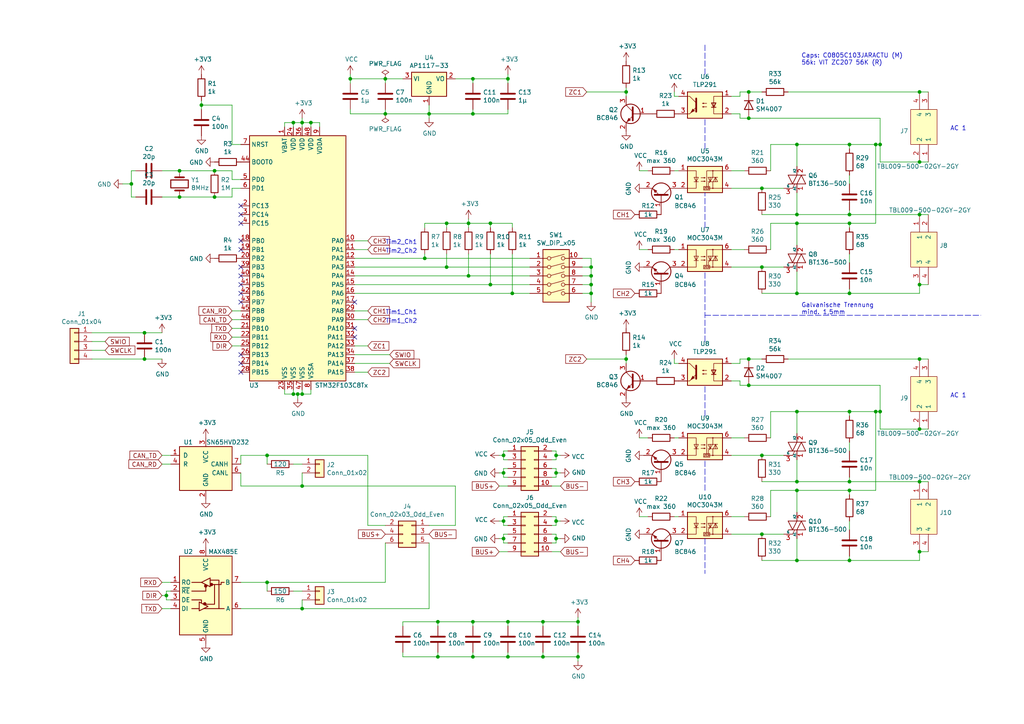
<source format=kicad_sch>
(kicad_sch (version 20230121) (generator eeschema)
  (paper "A4")
  (junction (at 246.38 139.7))
  (junction (at 246.38 85.09))
  (junction (at 171.45 85.09))
  (junction (at 231.14 62.23))
  (junction (at 255.27 119.38))
  (junction (at 52.07 49.53))
  (junction (at 135.89 80.01))
  (junction (at 41.91 104.14))
  (junction (at 266.7 26.67))
  (junction (at 231.14 41.91))
  (junction (at 111.76 22.86))
  (junction (at 129.54 64.77))
  (junction (at 231.14 119.38))
  (junction (at 135.89 64.77))
  (junction (at 266.7 139.7))
  (junction (at 137.16 22.86))
  (junction (at 220.98 54.61))
  (junction (at 146.05 151.13))
  (junction (at 171.45 82.55))
  (junction (at 161.29 151.13))
  (junction (at 87.63 35.56))
  (junction (at 161.29 137.16))
  (junction (at 266.7 160.02))
  (junction (at 231.14 139.7))
  (junction (at 137.16 180.34))
  (junction (at 266.7 46.99))
  (junction (at 147.32 22.86))
  (junction (at 266.7 82.55))
  (junction (at 62.23 57.15))
  (junction (at 127 190.5))
  (junction (at 266.7 124.46))
  (junction (at 231.14 64.77))
  (junction (at 77.47 168.91))
  (junction (at 87.63 140.97))
  (junction (at 148.59 85.09))
  (junction (at 171.45 77.47))
  (junction (at 147.32 180.34))
  (junction (at 85.09 35.56))
  (junction (at 137.16 33.02))
  (junction (at 90.17 35.56))
  (junction (at 266.7 104.14))
  (junction (at 167.64 190.5))
  (junction (at 137.16 190.5))
  (junction (at 87.63 176.53))
  (junction (at 246.38 41.91))
  (junction (at 217.17 26.67))
  (junction (at 246.38 62.23))
  (junction (at 52.07 57.15))
  (junction (at 77.47 132.08))
  (junction (at 161.29 132.08))
  (junction (at 58.42 30.48))
  (junction (at 48.26 172.72))
  (junction (at 255.27 41.91))
  (junction (at 87.63 114.3))
  (junction (at 246.38 64.77))
  (junction (at 123.19 74.93))
  (junction (at 101.6 22.86))
  (junction (at 217.17 111.76))
  (junction (at 86.36 114.3))
  (junction (at 167.64 180.34))
  (junction (at 38.1 53.34))
  (junction (at 220.98 77.47))
  (junction (at 217.17 104.14))
  (junction (at 217.17 34.29))
  (junction (at 111.76 33.02))
  (junction (at 146.05 132.08))
  (junction (at 220.98 154.94))
  (junction (at 157.48 180.34))
  (junction (at 124.46 33.02))
  (junction (at 254 41.91))
  (junction (at 62.23 49.53))
  (junction (at 246.38 142.24))
  (junction (at 127 180.34))
  (junction (at 146.05 137.16))
  (junction (at 146.05 156.21))
  (junction (at 129.54 77.47))
  (junction (at 266.7 62.23))
  (junction (at 161.29 156.21))
  (junction (at 171.45 80.01))
  (junction (at 181.61 104.14))
  (junction (at 254 119.38))
  (junction (at 85.09 114.3))
  (junction (at 142.24 82.55))
  (junction (at 231.14 85.09))
  (junction (at 181.61 26.67))
  (junction (at 231.14 142.24))
  (junction (at 231.14 162.56))
  (junction (at 147.32 190.5))
  (junction (at 220.98 132.08))
  (junction (at 246.38 119.38))
  (junction (at 41.91 96.52))
  (junction (at 142.24 64.77))
  (junction (at 246.38 162.56))
  (junction (at 157.48 190.5))
  (no_connect (at 69.85 64.77))
  (no_connect (at 69.85 62.23))
  (no_connect (at 69.85 69.85))
  (no_connect (at 69.85 80.01))
  (no_connect (at 69.85 107.95))
  (no_connect (at 69.85 102.87))
  (no_connect (at 69.85 59.69))
  (no_connect (at 69.85 72.39))
  (no_connect (at 102.87 95.25))
  (no_connect (at 102.87 97.79))
  (no_connect (at 69.85 85.09))
  (no_connect (at 69.85 105.41))
  (no_connect (at 69.85 77.47))
  (no_connect (at 69.85 82.55))
  (no_connect (at 102.87 87.63))
  (no_connect (at 69.85 87.63))
  (wire (pts (xy 181.61 104.14) (xy 170.18 104.14)))
  (wire (pts (xy 102.87 102.87) (xy 113.03 102.87)))
  (wire (pts (xy 30.48 99.06) (xy 26.67 99.06)))
  (wire (pts (xy 102.87 90.17) (xy 106.68 90.17)))
  (wire (pts (xy 67.31 90.17) (xy 69.85 90.17)))
  (wire (pts (xy 160.02 135.89) (xy 161.29 135.89)))
  (wire (pts (xy 101.6 22.86) (xy 111.76 22.86)))
  (wire (pts (xy 41.91 104.14) (xy 46.99 104.14)))
  (polyline (pts (xy 204.47 21.59) (xy 204.47 12.7)) (stroke (width 0) (type dash)))
  (wire (pts (xy 255.27 119.38) (xy 255.27 124.46)))
  (wire (pts (xy 223.52 119.38) (xy 231.14 119.38)))
  (wire (pts (xy 146.05 138.43) (xy 147.32 138.43)))
  (wire (pts (xy 77.47 171.45) (xy 77.47 168.91)))
  (wire (pts (xy 58.42 29.21) (xy 58.42 30.48)))
  (wire (pts (xy 231.14 48.26) (xy 231.14 41.91)))
  (wire (pts (xy 195.58 149.86) (xy 196.85 149.86)))
  (wire (pts (xy 49.53 134.62) (xy 46.99 134.62)))
  (wire (pts (xy 215.9 149.86) (xy 212.09 149.86)))
  (wire (pts (xy 185.42 127) (xy 187.96 127)))
  (wire (pts (xy 102.87 74.93) (xy 123.19 74.93)))
  (wire (pts (xy 102.87 80.01) (xy 135.89 80.01)))
  (wire (pts (xy 38.1 49.53) (xy 38.1 53.34)))
  (wire (pts (xy 246.38 138.43) (xy 246.38 139.7)))
  (wire (pts (xy 181.61 102.87) (xy 181.61 104.14)))
  (wire (pts (xy 48.26 172.72) (xy 48.26 171.45)))
  (wire (pts (xy 137.16 189.23) (xy 137.16 190.5)))
  (wire (pts (xy 137.16 180.34) (xy 127 180.34)))
  (wire (pts (xy 137.16 24.13) (xy 137.16 22.86)))
  (wire (pts (xy 148.59 64.77) (xy 148.59 66.04)))
  (wire (pts (xy 160.02 140.97) (xy 162.56 140.97)))
  (wire (pts (xy 161.29 132.08) (xy 161.29 133.35)))
  (wire (pts (xy 214.63 111.76) (xy 217.17 111.76)))
  (wire (pts (xy 246.38 139.7) (xy 266.7 139.7)))
  (wire (pts (xy 161.29 135.89) (xy 161.29 137.16)))
  (wire (pts (xy 69.85 52.07) (xy 67.31 52.07)))
  (wire (pts (xy 246.38 119.38) (xy 246.38 120.65)))
  (wire (pts (xy 123.19 74.93) (xy 153.67 74.93)))
  (wire (pts (xy 266.7 82.55) (xy 269.24 82.55)))
  (wire (pts (xy 223.52 149.86) (xy 223.52 142.24)))
  (wire (pts (xy 101.6 31.75) (xy 101.6 33.02)))
  (wire (pts (xy 167.64 191.77) (xy 167.64 190.5)))
  (wire (pts (xy 102.87 105.41) (xy 113.03 105.41)))
  (wire (pts (xy 85.09 113.03) (xy 85.09 114.3)))
  (wire (pts (xy 157.48 189.23) (xy 157.48 190.5)))
  (wire (pts (xy 153.67 82.55) (xy 142.24 82.55)))
  (wire (pts (xy 223.52 49.53) (xy 223.52 41.91)))
  (wire (pts (xy 246.38 73.66) (xy 246.38 76.2)))
  (wire (pts (xy 215.9 72.39) (xy 212.09 72.39)))
  (wire (pts (xy 146.05 154.94) (xy 146.05 156.21)))
  (wire (pts (xy 106.68 100.33) (xy 102.87 100.33)))
  (wire (pts (xy 69.85 168.91) (xy 77.47 168.91)))
  (wire (pts (xy 144.78 132.08) (xy 146.05 132.08)))
  (wire (pts (xy 77.47 132.08) (xy 106.68 132.08)))
  (wire (pts (xy 90.17 35.56) (xy 92.71 35.56)))
  (wire (pts (xy 212.09 154.94) (xy 220.98 154.94)))
  (wire (pts (xy 171.45 74.93) (xy 171.45 77.47)))
  (wire (pts (xy 62.23 57.15) (xy 67.31 57.15)))
  (wire (pts (xy 231.14 162.56) (xy 220.98 162.56)))
  (wire (pts (xy 124.46 30.48) (xy 124.46 33.02)))
  (wire (pts (xy 255.27 124.46) (xy 266.7 124.46)))
  (wire (pts (xy 26.67 104.14) (xy 41.91 104.14)))
  (wire (pts (xy 220.98 54.61) (xy 227.33 54.61)))
  (wire (pts (xy 135.89 64.77) (xy 135.89 66.04)))
  (wire (pts (xy 129.54 64.77) (xy 135.89 64.77)))
  (wire (pts (xy 48.26 172.72) (xy 46.99 172.72)))
  (wire (pts (xy 168.91 82.55) (xy 171.45 82.55)))
  (wire (pts (xy 157.48 181.61) (xy 157.48 180.34)))
  (wire (pts (xy 102.87 92.71) (xy 106.68 92.71)))
  (wire (pts (xy 142.24 73.66) (xy 142.24 82.55)))
  (wire (pts (xy 246.38 64.77) (xy 246.38 66.04)))
  (wire (pts (xy 144.78 151.13) (xy 146.05 151.13)))
  (wire (pts (xy 69.85 132.08) (xy 77.47 132.08)))
  (wire (pts (xy 82.55 114.3) (xy 85.09 114.3)))
  (wire (pts (xy 129.54 66.04) (xy 129.54 64.77)))
  (wire (pts (xy 266.7 139.7) (xy 269.24 139.7)))
  (wire (pts (xy 228.6 104.14) (xy 266.7 104.14)))
  (wire (pts (xy 127 189.23) (xy 127 190.5)))
  (wire (pts (xy 168.91 77.47) (xy 171.45 77.47)))
  (wire (pts (xy 254 119.38) (xy 254 142.24)))
  (wire (pts (xy 161.29 133.35) (xy 160.02 133.35)))
  (wire (pts (xy 77.47 132.08) (xy 77.47 134.62)))
  (wire (pts (xy 85.09 134.62) (xy 87.63 134.62)))
  (wire (pts (xy 246.38 62.23) (xy 266.7 62.23)))
  (wire (pts (xy 266.7 85.09) (xy 266.7 82.55)))
  (wire (pts (xy 168.91 80.01) (xy 171.45 80.01)))
  (wire (pts (xy 87.63 114.3) (xy 90.17 114.3)))
  (wire (pts (xy 52.07 57.15) (xy 62.23 57.15)))
  (wire (pts (xy 147.32 149.86) (xy 146.05 149.86)))
  (wire (pts (xy 220.98 154.94) (xy 227.33 154.94)))
  (wire (pts (xy 246.38 161.29) (xy 246.38 162.56)))
  (wire (pts (xy 146.05 135.89) (xy 146.05 137.16)))
  (wire (pts (xy 266.7 162.56) (xy 266.7 160.02)))
  (wire (pts (xy 90.17 36.83) (xy 90.17 35.56)))
  (polyline (pts (xy 204.47 91.44) (xy 284.48 91.44)) (stroke (width 0) (type dash)))
  (polyline (pts (xy 204.47 99.06) (xy 204.47 78.74)) (stroke (width 0) (type dash)))
  (wire (pts (xy 124.46 176.53) (xy 124.46 157.48)))
  (wire (pts (xy 254 119.38) (xy 246.38 119.38)))
  (wire (pts (xy 146.05 137.16) (xy 146.05 138.43)))
  (wire (pts (xy 85.09 171.45) (xy 87.63 171.45)))
  (wire (pts (xy 214.63 33.02) (xy 214.63 34.29)))
  (wire (pts (xy 69.85 137.16) (xy 69.85 140.97)))
  (wire (pts (xy 231.14 41.91) (xy 246.38 41.91)))
  (wire (pts (xy 87.63 36.83) (xy 87.63 35.56)))
  (wire (pts (xy 123.19 73.66) (xy 123.19 74.93)))
  (wire (pts (xy 48.26 171.45) (xy 49.53 171.45)))
  (wire (pts (xy 231.14 64.77) (xy 246.38 64.77)))
  (wire (pts (xy 266.7 160.02) (xy 269.24 160.02)))
  (wire (pts (xy 223.52 127) (xy 223.52 119.38)))
  (wire (pts (xy 41.91 96.52) (xy 46.99 96.52)))
  (wire (pts (xy 161.29 154.94) (xy 161.29 156.21)))
  (wire (pts (xy 181.61 26.67) (xy 170.18 26.67)))
  (wire (pts (xy 161.29 130.81) (xy 161.29 132.08)))
  (wire (pts (xy 144.78 140.97) (xy 147.32 140.97)))
  (wire (pts (xy 266.7 104.14) (xy 269.24 104.14)))
  (wire (pts (xy 101.6 21.59) (xy 101.6 22.86)))
  (wire (pts (xy 255.27 41.91) (xy 255.27 46.99)))
  (wire (pts (xy 142.24 64.77) (xy 148.59 64.77)))
  (wire (pts (xy 67.31 100.33) (xy 69.85 100.33)))
  (wire (pts (xy 246.38 151.13) (xy 246.38 153.67)))
  (wire (pts (xy 144.78 160.02) (xy 147.32 160.02)))
  (wire (pts (xy 148.59 73.66) (xy 148.59 85.09)))
  (wire (pts (xy 147.32 189.23) (xy 147.32 190.5)))
  (wire (pts (xy 231.14 148.59) (xy 231.14 142.24)))
  (wire (pts (xy 127 190.5) (xy 137.16 190.5)))
  (wire (pts (xy 220.98 77.47) (xy 227.33 77.47)))
  (wire (pts (xy 246.38 162.56) (xy 231.14 162.56)))
  (wire (pts (xy 144.78 156.21) (xy 146.05 156.21)))
  (wire (pts (xy 231.14 156.21) (xy 231.14 162.56)))
  (wire (pts (xy 67.31 30.48) (xy 67.31 41.91)))
  (wire (pts (xy 49.53 173.99) (xy 48.26 173.99)))
  (wire (pts (xy 146.05 133.35) (xy 147.32 133.35)))
  (wire (pts (xy 146.05 151.13) (xy 146.05 152.4)))
  (wire (pts (xy 137.16 181.61) (xy 137.16 180.34)))
  (wire (pts (xy 246.38 142.24) (xy 246.38 143.51)))
  (wire (pts (xy 26.67 101.6) (xy 30.48 101.6)))
  (wire (pts (xy 181.61 25.4) (xy 181.61 26.67)))
  (wire (pts (xy 87.63 176.53) (xy 124.46 176.53)))
  (wire (pts (xy 195.58 105.41) (xy 196.85 105.41)))
  (wire (pts (xy 231.14 119.38) (xy 246.38 119.38)))
  (wire (pts (xy 162.56 151.13) (xy 161.29 151.13)))
  (polyline (pts (xy 204.47 43.18) (xy 204.47 34.29)) (stroke (width 0) (type dash)))
  (wire (pts (xy 146.05 157.48) (xy 147.32 157.48)))
  (wire (pts (xy 217.17 34.29) (xy 255.27 34.29)))
  (wire (pts (xy 185.42 149.86) (xy 187.96 149.86)))
  (wire (pts (xy 116.84 189.23) (xy 116.84 190.5)))
  (wire (pts (xy 181.61 26.67) (xy 181.61 27.94)))
  (wire (pts (xy 181.61 104.14) (xy 181.61 105.41)))
  (wire (pts (xy 214.63 26.67) (xy 214.63 27.94)))
  (wire (pts (xy 231.14 62.23) (xy 220.98 62.23)))
  (wire (pts (xy 214.63 110.49) (xy 214.63 111.76)))
  (wire (pts (xy 231.14 71.12) (xy 231.14 64.77)))
  (wire (pts (xy 147.32 181.61) (xy 147.32 180.34)))
  (wire (pts (xy 111.76 31.75) (xy 111.76 33.02)))
  (wire (pts (xy 246.38 83.82) (xy 246.38 85.09)))
  (wire (pts (xy 82.55 35.56) (xy 82.55 36.83)))
  (wire (pts (xy 102.87 107.95) (xy 106.68 107.95)))
  (wire (pts (xy 116.84 180.34) (xy 116.84 181.61)))
  (wire (pts (xy 255.27 46.99) (xy 266.7 46.99)))
  (wire (pts (xy 39.37 49.53) (xy 38.1 49.53)))
  (wire (pts (xy 77.47 168.91) (xy 111.76 168.91)))
  (wire (pts (xy 137.16 22.86) (xy 147.32 22.86)))
  (wire (pts (xy 147.32 24.13) (xy 147.32 22.86)))
  (wire (pts (xy 246.38 60.96) (xy 246.38 62.23)))
  (wire (pts (xy 38.1 57.15) (xy 39.37 57.15)))
  (wire (pts (xy 162.56 156.21) (xy 161.29 156.21)))
  (wire (pts (xy 101.6 33.02) (xy 111.76 33.02)))
  (wire (pts (xy 215.9 49.53) (xy 212.09 49.53)))
  (wire (pts (xy 146.05 149.86) (xy 146.05 151.13)))
  (wire (pts (xy 102.87 77.47) (xy 129.54 77.47)))
  (wire (pts (xy 87.63 137.16) (xy 87.63 140.97)))
  (wire (pts (xy 246.38 85.09) (xy 266.7 85.09)))
  (wire (pts (xy 111.76 24.13) (xy 111.76 22.86)))
  (polyline (pts (xy 204.47 156.21) (xy 204.47 166.37)) (stroke (width 0) (type dash)))
  (wire (pts (xy 195.58 49.53) (xy 196.85 49.53)))
  (wire (pts (xy 217.17 111.76) (xy 255.27 111.76)))
  (wire (pts (xy 135.89 64.77) (xy 142.24 64.77)))
  (wire (pts (xy 254 41.91) (xy 254 64.77)))
  (wire (pts (xy 231.14 142.24) (xy 246.38 142.24)))
  (wire (pts (xy 161.29 149.86) (xy 161.29 151.13)))
  (wire (pts (xy 220.98 26.67) (xy 217.17 26.67)))
  (wire (pts (xy 106.68 152.4) (xy 111.76 152.4)))
  (wire (pts (xy 85.09 114.3) (xy 86.36 114.3)))
  (wire (pts (xy 127 181.61) (xy 127 180.34)))
  (wire (pts (xy 266.7 46.99) (xy 269.24 46.99)))
  (wire (pts (xy 212.09 77.47) (xy 220.98 77.47)))
  (wire (pts (xy 161.29 156.21) (xy 161.29 157.48)))
  (wire (pts (xy 223.52 64.77) (xy 231.14 64.77)))
  (wire (pts (xy 82.55 113.03) (xy 82.55 114.3)))
  (wire (pts (xy 161.29 151.13) (xy 161.29 152.4)))
  (wire (pts (xy 161.29 157.48) (xy 160.02 157.48)))
  (wire (pts (xy 223.52 72.39) (xy 223.52 64.77)))
  (wire (pts (xy 195.58 127) (xy 196.85 127)))
  (wire (pts (xy 231.14 78.74) (xy 231.14 85.09)))
  (wire (pts (xy 220.98 104.14) (xy 217.17 104.14)))
  (wire (pts (xy 168.91 74.93) (xy 171.45 74.93)))
  (wire (pts (xy 69.85 134.62) (xy 69.85 132.08)))
  (wire (pts (xy 123.19 66.04) (xy 123.19 64.77)))
  (wire (pts (xy 46.99 57.15) (xy 52.07 57.15)))
  (wire (pts (xy 82.55 35.56) (xy 85.09 35.56)))
  (wire (pts (xy 147.32 130.81) (xy 146.05 130.81)))
  (wire (pts (xy 147.32 22.86) (xy 147.32 21.59)))
  (wire (pts (xy 266.7 62.23) (xy 269.24 62.23)))
  (wire (pts (xy 214.63 34.29) (xy 217.17 34.29)))
  (wire (pts (xy 246.38 139.7) (xy 231.14 139.7)))
  (wire (pts (xy 116.84 190.5) (xy 127 190.5)))
  (wire (pts (xy 231.14 133.35) (xy 231.14 139.7)))
  (wire (pts (xy 102.87 82.55) (xy 142.24 82.55)))
  (wire (pts (xy 102.87 72.39) (xy 106.68 72.39)))
  (wire (pts (xy 92.71 35.56) (xy 92.71 36.83)))
  (wire (pts (xy 146.05 152.4) (xy 147.32 152.4)))
  (wire (pts (xy 254 64.77) (xy 246.38 64.77)))
  (wire (pts (xy 223.52 41.91) (xy 231.14 41.91)))
  (wire (pts (xy 67.31 54.61) (xy 69.85 54.61)))
  (wire (pts (xy 132.08 152.4) (xy 124.46 152.4)))
  (wire (pts (xy 132.08 140.97) (xy 132.08 152.4)))
  (wire (pts (xy 124.46 33.02) (xy 137.16 33.02)))
  (wire (pts (xy 171.45 85.09) (xy 171.45 87.63)))
  (wire (pts (xy 254 142.24) (xy 246.38 142.24)))
  (wire (pts (xy 157.48 190.5) (xy 167.64 190.5)))
  (wire (pts (xy 214.63 27.94) (xy 212.09 27.94)))
  (wire (pts (xy 86.36 115.57) (xy 86.36 114.3)))
  (wire (pts (xy 147.32 154.94) (xy 146.05 154.94)))
  (wire (pts (xy 217.17 26.67) (xy 214.63 26.67)))
  (wire (pts (xy 195.58 72.39) (xy 196.85 72.39)))
  (wire (pts (xy 146.05 132.08) (xy 146.05 133.35)))
  (wire (pts (xy 87.63 113.03) (xy 87.63 114.3)))
  (wire (pts (xy 46.99 49.53) (xy 52.07 49.53)))
  (wire (pts (xy 162.56 132.08) (xy 161.29 132.08)))
  (wire (pts (xy 67.31 52.07) (xy 67.31 49.53)))
  (wire (pts (xy 135.89 63.5) (xy 135.89 64.77)))
  (wire (pts (xy 90.17 114.3) (xy 90.17 113.03)))
  (wire (pts (xy 102.87 85.09) (xy 148.59 85.09)))
  (wire (pts (xy 153.67 77.47) (xy 129.54 77.47)))
  (wire (pts (xy 254 119.38) (xy 255.27 119.38)))
  (wire (pts (xy 231.14 125.73) (xy 231.14 119.38)))
  (wire (pts (xy 62.23 49.53) (xy 52.07 49.53)))
  (wire (pts (xy 246.38 128.27) (xy 246.38 130.81)))
  (wire (pts (xy 160.02 130.81) (xy 161.29 130.81)))
  (wire (pts (xy 266.7 26.67) (xy 269.24 26.67)))
  (wire (pts (xy 254 41.91) (xy 246.38 41.91)))
  (wire (pts (xy 147.32 135.89) (xy 146.05 135.89)))
  (wire (pts (xy 185.42 72.39) (xy 187.96 72.39)))
  (wire (pts (xy 58.42 30.48) (xy 58.42 31.75)))
  (wire (pts (xy 69.85 176.53) (xy 87.63 176.53)))
  (wire (pts (xy 144.78 137.16) (xy 146.05 137.16)))
  (wire (pts (xy 67.31 95.25) (xy 69.85 95.25)))
  (wire (pts (xy 142.24 66.04) (xy 142.24 64.77)))
  (wire (pts (xy 246.38 85.09) (xy 231.14 85.09)))
  (wire (pts (xy 69.85 140.97) (xy 87.63 140.97)))
  (wire (pts (xy 123.19 64.77) (xy 129.54 64.77)))
  (wire (pts (xy 111.76 22.86) (xy 116.84 22.86)))
  (wire (pts (xy 195.58 104.14) (xy 195.58 105.41)))
  (wire (pts (xy 195.58 26.67) (xy 195.58 27.94)))
  (wire (pts (xy 135.89 73.66) (xy 135.89 80.01)))
  (polyline (pts (xy 204.47 120.65) (xy 204.47 111.76)) (stroke (width 0) (type dash)))
  (wire (pts (xy 48.26 173.99) (xy 48.26 172.72)))
  (wire (pts (xy 246.38 162.56) (xy 266.7 162.56)))
  (wire (pts (xy 38.1 53.34) (xy 38.1 57.15)))
  (wire (pts (xy 231.14 139.7) (xy 220.98 139.7)))
  (wire (pts (xy 217.17 104.14) (xy 214.63 104.14)))
  (wire (pts (xy 127 180.34) (xy 116.84 180.34)))
  (wire (pts (xy 135.89 80.01) (xy 153.67 80.01)))
  (wire (pts (xy 195.58 27.94) (xy 196.85 27.94)))
  (wire (pts (xy 137.16 31.75) (xy 137.16 33.02)))
  (wire (pts (xy 212.09 110.49) (xy 214.63 110.49)))
  (wire (pts (xy 87.63 173.99) (xy 87.63 176.53)))
  (wire (pts (xy 87.63 34.29) (xy 87.63 35.56)))
  (wire (pts (xy 254 41.91) (xy 255.27 41.91)))
  (wire (pts (xy 220.98 132.08) (xy 227.33 132.08)))
  (wire (pts (xy 129.54 73.66) (xy 129.54 77.47)))
  (wire (pts (xy 87.63 35.56) (xy 90.17 35.56)))
  (wire (pts (xy 167.64 179.07) (xy 167.64 180.34)))
  (wire (pts (xy 86.36 114.3) (xy 87.63 114.3)))
  (wire (pts (xy 67.31 92.71) (xy 69.85 92.71)))
  (wire (pts (xy 228.6 26.67) (xy 266.7 26.67)))
  (wire (pts (xy 147.32 190.5) (xy 157.48 190.5)))
  (wire (pts (xy 231.14 55.88) (xy 231.14 62.23)))
  (wire (pts (xy 85.09 35.56) (xy 87.63 35.56)))
  (wire (pts (xy 231.14 85.09) (xy 220.98 85.09)))
  (polyline (pts (xy 204.47 142.24) (xy 204.47 133.35)) (stroke (width 0) (type dash)))
  (wire (pts (xy 147.32 180.34) (xy 137.16 180.34)))
  (wire (pts (xy 67.31 97.79) (xy 69.85 97.79)))
  (wire (pts (xy 67.31 49.53) (xy 62.23 49.53)))
  (wire (pts (xy 255.27 111.76) (xy 255.27 119.38)))
  (wire (pts (xy 167.64 190.5) (xy 167.64 189.23)))
  (wire (pts (xy 148.59 85.09) (xy 153.67 85.09)))
  (wire (pts (xy 171.45 80.01) (xy 171.45 82.55)))
  (wire (pts (xy 146.05 156.21) (xy 146.05 157.48)))
  (wire (pts (xy 161.29 138.43) (xy 160.02 138.43)))
  (wire (pts (xy 101.6 22.86) (xy 101.6 24.13)))
  (wire (pts (xy 185.42 49.53) (xy 187.96 49.53)))
  (wire (pts (xy 161.29 137.16) (xy 161.29 138.43)))
  (wire (pts (xy 35.56 53.34) (xy 38.1 53.34)))
  (wire (pts (xy 137.16 33.02) (xy 147.32 33.02)))
  (wire (pts (xy 67.31 41.91) (xy 69.85 41.91)))
  (wire (pts (xy 246.38 62.23) (xy 231.14 62.23)))
  (wire (pts (xy 106.68 132.08) (xy 106.68 152.4)))
  (wire (pts (xy 160.02 154.94) (xy 161.29 154.94)))
  (wire (pts (xy 167.64 180.34) (xy 167.64 181.61)))
  (wire (pts (xy 146.05 130.81) (xy 146.05 132.08)))
  (wire (pts (xy 215.9 127) (xy 212.09 127)))
  (wire (pts (xy 266.7 124.46) (xy 269.24 124.46)))
  (wire (pts (xy 162.56 137.16) (xy 161.29 137.16)))
  (wire (pts (xy 67.31 57.15) (xy 67.31 54.61)))
  (wire (pts (xy 214.63 105.41) (xy 212.09 105.41)))
  (wire (pts (xy 171.45 82.55) (xy 171.45 85.09)))
  (wire (pts (xy 137.16 190.5) (xy 147.32 190.5)))
  (wire (pts (xy 85.09 36.83) (xy 85.09 35.56)))
  (wire (pts (xy 168.91 85.09) (xy 171.45 85.09)))
  (wire (pts (xy 160.02 149.86) (xy 161.29 149.86)))
  (wire (pts (xy 212.09 54.61) (xy 220.98 54.61)))
  (wire (pts (xy 246.38 41.91) (xy 246.38 43.18)))
  (wire (pts (xy 157.48 180.34) (xy 147.32 180.34)))
  (wire (pts (xy 167.64 180.34) (xy 157.48 180.34)))
  (wire (pts (xy 49.53 176.53) (xy 46.99 176.53)))
  (wire (pts (xy 212.09 132.08) (xy 220.98 132.08)))
  (wire (pts (xy 160.02 160.02) (xy 162.56 160.02)))
  (wire (pts (xy 58.42 30.48) (xy 67.31 30.48)))
  (wire (pts (xy 111.76 168.91) (xy 111.76 157.48)))
  (wire (pts (xy 102.87 69.85) (xy 106.68 69.85)))
  (wire (pts (xy 223.52 142.24) (xy 231.14 142.24)))
  (wire (pts (xy 214.63 104.14) (xy 214.63 105.41)))
  (wire (pts (xy 255.27 34.29) (xy 255.27 41.91)))
  (wire (pts (xy 124.46 34.29) (xy 124.46 33.02)))
  (wire (pts (xy 26.67 96.52) (xy 41.91 96.52)))
  (wire (pts (xy 111.76 33.02) (xy 124.46 33.02)))
  (wire (pts (xy 161.29 152.4) (xy 160.02 152.4)))
  (wire (pts (xy 246.38 50.8) (xy 246.38 53.34)))
  (wire (pts (xy 87.63 140.97) (xy 132.08 140.97)))
  (wire (pts (xy 132.08 22.86) (xy 137.16 22.86)))
  (wire (pts (xy 49.53 132.08) (xy 46.99 132.08)))
  (wire (pts (xy 212.09 33.02) (xy 214.63 33.02)))
  (polyline (pts (xy 204.47 66.04) (xy 204.47 55.88)) (stroke (width 0) (type dash)))
  (wire (pts (xy 49.53 168.91) (xy 46.99 168.91)))
  (wire (pts (xy 147.32 33.02) (xy 147.32 31.75)))
  (wire (pts (xy 171.45 77.47) (xy 171.45 80.01)))
  (text "AC 1" (at 275.59 115.57 0) (effects (font (size 1.27 1.27)) (justify left bottom)))
  (text "Galvanische Trennung\nmind. 1,5mm" (at 232.41 91.44 0) (effects (font (size 1.27 1.27)) (justify left bottom)))
  (text "Tim2_Ch2" (at 111.76 73.66 0) (effects (font (size 1.27 1.27)) (justify left bottom)))
  (text "Tim1_Ch1\n" (at 111.76 91.44 0) (effects (font (size 1.27 1.27)) (justify left bottom)))
  (text "Tim2_Ch1" (at 111.76 71.12 0) (effects (font (size 1.27 1.27)) (justify left bottom)))
  (text "Tim1_Ch2" (at 111.76 93.98 0) (effects (font (size 1.27 1.27)) (justify left bottom)))
  (text "AC 1" (at 275.59 38.1 0) (effects (font (size 1.27 1.27)) (justify left bottom)))
  (text "Caps: C0805C103JARACTU (M)\n56k: VIT ZC207 56K (R)" (at 232.41 19.05 0) (effects (font (size 1.27 1.27)) (justify left bottom)))
  (global_label "CH1" (shape input) (at 106.68 90.17 0) (property "Intersheetrefs" "${INTERSHEET_REFS}" (effects hide)))
  (global_label "CH2" (shape input) (at 184.15 85.09 180) (property "Intersheetrefs" "${INTERSHEET_REFS}" (effects hide)))
  (global_label "SWCLK" (shape input) (at 113.03 105.41 0) (property "Intersheetrefs" "${INTERSHEET_REFS}" (effects hide)))
  (global_label "CH3" (shape input) (at 106.68 69.85 0) (property "Intersheetrefs" "${INTERSHEET_REFS}" (effects hide)))
  (global_label "TXD" (shape input) (at 67.31 95.25 180) (property "Intersheetrefs" "${INTERSHEET_REFS}" (effects hide)))
  (global_label "BUS+" (shape input) (at 144.78 160.02 180) (property "Intersheetrefs" "${INTERSHEET_REFS}" (effects hide)))
  (global_label "BUS-" (shape input) (at 162.56 160.02 0) (property "Intersheetrefs" "${INTERSHEET_REFS}" (effects hide)))
  (global_label "CH2" (shape input) (at 106.68 92.71 0) (property "Intersheetrefs" "${INTERSHEET_REFS}" (effects hide)))
  (global_label "DIR" (shape input) (at 67.31 100.33 180) (property "Intersheetrefs" "${INTERSHEET_REFS}" (effects hide)))
  (global_label "CAN_TD" (shape input) (at 46.99 132.08 180) (property "Intersheetrefs" "${INTERSHEET_REFS}" (effects hide)))
  (global_label "ZC1" (shape input) (at 170.18 26.67 180) (property "Intersheetrefs" "${INTERSHEET_REFS}" (effects hide)))
  (global_label "BUS-" (shape input) (at 162.56 140.97 0) (property "Intersheetrefs" "${INTERSHEET_REFS}" (effects hide)))
  (global_label "BUS+" (shape input) (at 144.78 140.97 180) (property "Intersheetrefs" "${INTERSHEET_REFS}" (effects hide)))
  (global_label "CAN_TD" (shape input) (at 67.31 92.71 180) (property "Intersheetrefs" "${INTERSHEET_REFS}" (effects hide)))
  (global_label "RXD" (shape input) (at 67.31 97.79 180) (property "Intersheetrefs" "${INTERSHEET_REFS}" (effects hide)))
  (global_label "CAN_RD" (shape input) (at 46.99 134.62 180) (property "Intersheetrefs" "${INTERSHEET_REFS}" (effects hide)))
  (global_label "RXD" (shape input) (at 46.99 168.91 180) (property "Intersheetrefs" "${INTERSHEET_REFS}" (effects hide)))
  (global_label "SWIO" (shape input) (at 30.48 99.06 0) (property "Intersheetrefs" "${INTERSHEET_REFS}" (effects hide)))
  (global_label "BUS-" (shape input) (at 124.46 154.94 0) (property "Intersheetrefs" "${INTERSHEET_REFS}" (effects hide)))
  (global_label "ZC2" (shape input) (at 106.68 107.95 0) (property "Intersheetrefs" "${INTERSHEET_REFS}" (effects hide)))
  (global_label "BUS+" (shape input) (at 111.76 154.94 180) (property "Intersheetrefs" "${INTERSHEET_REFS}" (effects hide)))
  (global_label "SWCLK" (shape input) (at 30.48 101.6 0) (property "Intersheetrefs" "${INTERSHEET_REFS}" (effects hide)))
  (global_label "CH4" (shape input) (at 184.15 162.56 180) (property "Intersheetrefs" "${INTERSHEET_REFS}" (effects hide)))
  (global_label "CH1" (shape input) (at 184.15 62.23 180) (property "Intersheetrefs" "${INTERSHEET_REFS}" (effects hide)))
  (global_label "CAN_RD" (shape input) (at 67.31 90.17 180) (property "Intersheetrefs" "${INTERSHEET_REFS}" (effects hide)))
  (global_label "CH3" (shape input) (at 184.15 139.7 180) (property "Intersheetrefs" "${INTERSHEET_REFS}" (effects hide)))
  (global_label "TXD" (shape input) (at 46.99 176.53 180) (property "Intersheetrefs" "${INTERSHEET_REFS}" (effects hide)))
  (global_label "SWIO" (shape input) (at 113.03 102.87 0) (property "Intersheetrefs" "${INTERSHEET_REFS}" (effects hide)))
  (global_label "ZC1" (shape input) (at 106.68 100.33 0) (property "Intersheetrefs" "${INTERSHEET_REFS}" (effects hide)))
  (global_label "CH4" (shape input) (at 106.68 72.39 0) (property "Intersheetrefs" "${INTERSHEET_REFS}" (effects hide)))
  (global_label "ZC2" (shape input) (at 170.18 104.14 180) (property "Intersheetrefs" "${INTERSHEET_REFS}" (effects hide)))
  (global_label "DIR" (shape input) (at 46.99 172.72 180) (property "Intersheetrefs" "${INTERSHEET_REFS}" (effects hide)))
  (symbol (lib_id "Relay_SolidState:MOC3043M") (at 204.47 52.07 0) (unit 1)
    (property "Reference" "U5" (at 204.47 43.815 0))
    (property "Value" "MOC3043M" (at 204.47 46.1264 0))
    (property "Footprint" "Package_DIP:DIP-6_W8.89mm_SMDSocket_LongPads" (effects hide))
    (property "Datasheet" "https://www.onsemi.com/pub/Collateral/MOC3043M-D.pdf" (effects hide))
  )
  (symbol (lib_id "XT_V1-rescue:TBL009-500-02GY-2GY-KiCAD_personalized") (at 266.7 46.99 90) (unit 1)
    (property "Reference" "J7" (at 263.4488 37.9984 90) (effects (justify left)))
    (property "Value" "TBL009-500-02GY-2GY" (at 278.13 48.26 90) (effects (justify left)))
    (property "Footprint" "KiCAD_personal:TBL00950002GY2GY" (effects hide))
    (property "Datasheet" "https://www.cuidevices.com/product/resource/tbl009-500.pdf" (effects hide))
    (property "Description" "Conn Terminal Block 2 POS 5mm Solder RA Thru-Hole 10A/Contact" (effects hide))
    (property "Height" "13" (effects hide))
    (property "Manufacturer_Name" "CUI Inc." (effects hide))
    (property "Manufacturer_Part_Number" "TBL009-500-02GY-2GY" (effects hide))
    (property "Mouser Part Number" "490-TBL00950002GY2GY" (effects hide))
    (property "Mouser Price/Stock" "https://www.mouser.co.uk/ProductDetail/CUI-Devices/TBL009-500-02GY-2GY?qs=UXgszm6BlbHpkCnXmCRUvg%3D%3D" (effects hide))
    (property "Arrow Part Number" "TBL009-500-02GY-2GY" (effects hide))
    (property "Arrow Price/Stock" "https://www.arrow.com/en/products/tbl009-500-02gy-2gy/cui-devices?region=nac" (effects hide))
  )
  (symbol (lib_id "Device:R") (at 191.77 49.53 270) (unit 1)
    (property "Reference" "R16" (at 191.77 44.2722 90))
    (property "Value" "max 360" (at 191.77 46.5836 90))
    (property "Footprint" "Resistor_SMD:R_0805_2012Metric_Pad1.20x1.40mm_HandSolder" (effects hide))
  )
  (symbol (lib_id "XT_V1-rescue:STM32F103C8Tx-MCU_ST_STM32F1") (at 87.63 74.93 0) (unit 1)
    (property "Reference" "U3" (at 73.66 111.76 0))
    (property "Value" "STM32F103C8Tx" (at 99.06 111.76 0))
    (property "Footprint" "Package_QFP:LQFP-48_7x7mm_P0.5mm" (effects hide))
    (property "Datasheet" "http://www.st.com/st-web-ui/static/active/en/resource/technical/document/datasheet/CD00161566.pdf" (effects hide))
  )
  (symbol (lib_id "Device:R") (at 58.42 25.4 0) (unit 1)
    (property "Reference" "R1" (at 60.198 24.2316 0) (effects (justify left)))
    (property "Value" "1k" (at 60.198 26.543 0) (effects (justify left)))
    (property "Footprint" "Resistor_SMD:R_0805_2012Metric_Pad1.20x1.40mm_HandSolder" (effects hide))
  )
  (symbol (lib_id "Device:C") (at 58.42 35.56 0) (unit 1)
    (property "Reference" "C4" (at 61.341 34.3916 0) (effects (justify left)))
    (property "Value" "100n" (at 61.341 36.703 0) (effects (justify left)))
    (property "Footprint" "Capacitor_SMD:C_0805_2012Metric_Pad1.18x1.45mm_HandSolder" (effects hide))
  )
  (symbol (lib_id "power:GND") (at 58.42 39.37 0) (unit 1)
    (property "Reference" "#PWR05" (effects hide))
    (property "Value" "GND" (at 58.547 43.7642 0))
  )
  (symbol (lib_id "power:+3V3") (at 58.42 21.59 0) (unit 1)
    (property "Reference" "#PWR04" (effects hide))
    (property "Value" "+3V3" (at 58.801 17.1958 0))
  )
  (symbol (lib_id "Device:R") (at 62.23 53.34 0) (unit 1)
    (property "Reference" "R2" (at 64.008 52.1716 0) (effects (justify left)))
    (property "Value" "1M" (at 64.008 54.483 0) (effects (justify left)))
    (property "Footprint" "Resistor_SMD:R_0805_2012Metric_Pad1.20x1.40mm_HandSolder" (effects hide))
  )
  (symbol (lib_id "Device:Crystal") (at 52.07 53.34 270) (unit 1)
    (property "Reference" "Y1" (at 55.3974 52.1716 90) (effects (justify left)))
    (property "Value" "8MHz" (at 55.3974 54.483 90) (effects (justify left)))
    (property "Footprint" "Crystal:Crystal_SMD_HC49-SD" (effects hide))
  )
  (symbol (lib_id "Device:C") (at 43.18 49.53 270) (unit 1)
    (property "Reference" "C2" (at 43.18 43.1292 90))
    (property "Value" "20p" (at 43.18 45.4406 90))
    (property "Footprint" "Capacitor_SMD:C_0805_2012Metric_Pad1.18x1.45mm_HandSolder" (effects hide))
  )
  (symbol (lib_id "Device:C") (at 43.18 57.15 270) (unit 1)
    (property "Reference" "C3" (at 43.18 50.7492 90))
    (property "Value" "20p" (at 43.18 53.0606 90))
    (property "Footprint" "Capacitor_SMD:C_0805_2012Metric_Pad1.18x1.45mm_HandSolder" (effects hide))
  )
  (symbol (lib_id "power:GND") (at 35.56 53.34 270) (unit 1)
    (property "Reference" "#PWR01" (effects hide))
    (property "Value" "GND" (at 32.3088 53.467 90) (effects (justify right)))
  )
  (symbol (lib_id "Device:R") (at 66.04 46.99 270) (unit 1)
    (property "Reference" "R3" (at 66.04 41.7322 90))
    (property "Value" "1k" (at 66.04 44.0436 90))
    (property "Footprint" "Resistor_SMD:R_0805_2012Metric_Pad1.20x1.40mm_HandSolder" (effects hide))
  )
  (symbol (lib_id "power:GND") (at 62.23 46.99 270) (unit 1)
    (property "Reference" "#PWR010" (effects hide))
    (property "Value" "GND" (at 58.9788 47.117 90) (effects (justify right)))
  )
  (symbol (lib_id "Device:R") (at 66.04 74.93 270) (unit 1)
    (property "Reference" "R4" (at 66.04 69.6722 90))
    (property "Value" "1k" (at 66.04 71.9836 90))
    (property "Footprint" "Resistor_SMD:R_0805_2012Metric_Pad1.20x1.40mm_HandSolder" (effects hide))
  )
  (symbol (lib_id "power:GND") (at 62.23 74.93 270) (unit 1)
    (property "Reference" "#PWR011" (effects hide))
    (property "Value" "GND" (at 58.9788 75.057 90) (effects (justify right)))
  )
  (symbol (lib_id "Switch:SW_DIP_x05") (at 161.29 80.01 0) (unit 1)
    (property "Reference" "SW1" (at 161.29 68.1482 0))
    (property "Value" "SW_DIP_x05" (at 161.29 70.4596 0))
    (property "Footprint" "Button_Switch_THT:SW_DIP_SPSTx05_Slide_6.7x14.26mm_W7.62mm_P2.54mm_LowProfile" (effects hide))
  )
  (symbol (lib_id "Device:R") (at 123.19 69.85 180) (unit 1)
    (property "Reference" "R7" (at 124.968 68.6816 0) (effects (justify right)))
    (property "Value" "1k" (at 124.968 70.993 0) (effects (justify right)))
    (property "Footprint" "Resistor_SMD:R_0805_2012Metric_Pad1.20x1.40mm_HandSolder" (effects hide))
  )
  (symbol (lib_id "Device:R") (at 129.54 69.85 180) (unit 1)
    (property "Reference" "R8" (at 131.318 68.6816 0) (effects (justify right)))
    (property "Value" "1k" (at 131.318 70.993 0) (effects (justify right)))
    (property "Footprint" "Resistor_SMD:R_0805_2012Metric_Pad1.20x1.40mm_HandSolder" (effects hide))
  )
  (symbol (lib_id "Device:R") (at 135.89 69.85 180) (unit 1)
    (property "Reference" "R9" (at 137.668 68.6816 0) (effects (justify right)))
    (property "Value" "1k" (at 137.668 70.993 0) (effects (justify right)))
    (property "Footprint" "Resistor_SMD:R_0805_2012Metric_Pad1.20x1.40mm_HandSolder" (effects hide))
  )
  (symbol (lib_id "Device:R") (at 142.24 69.85 180) (unit 1)
    (property "Reference" "R10" (at 144.018 68.6816 0) (effects (justify right)))
    (property "Value" "1k" (at 144.018 70.993 0) (effects (justify right)))
    (property "Footprint" "Resistor_SMD:R_0805_2012Metric_Pad1.20x1.40mm_HandSolder" (effects hide))
  )
  (symbol (lib_id "Device:R") (at 148.59 69.85 180) (unit 1)
    (property "Reference" "R11" (at 150.368 68.6816 0) (effects (justify right)))
    (property "Value" "1k" (at 150.368 70.993 0) (effects (justify right)))
    (property "Footprint" "Resistor_SMD:R_0805_2012Metric_Pad1.20x1.40mm_HandSolder" (effects hide))
  )
  (symbol (lib_id "power:GND") (at 171.45 87.63 0) (unit 1)
    (property "Reference" "#PWR025" (effects hide))
    (property "Value" "GND" (at 171.577 92.0242 0))
  )
  (symbol (lib_id "power:+3V3") (at 135.89 63.5 0) (unit 1)
    (property "Reference" "#PWR015" (effects hide))
    (property "Value" "+3V3" (at 136.271 59.1058 0))
  )
  (symbol (lib_id "XT_V1-rescue:TBL009-500-02GY-2GY-KiCAD_personalized") (at 269.24 62.23 270) (unit 1)
    (property "Reference" "J8" (at 272.4912 71.2216 90) (effects (justify left)))
    (property "Value" "TBL009-500-02GY-2GY" (at 257.81 60.96 90) (effects (justify left)))
    (property "Footprint" "KiCAD_personal:TBL00950002GY2GY" (effects hide))
    (property "Datasheet" "https://www.cuidevices.com/product/resource/tbl009-500.pdf" (effects hide))
    (property "Description" "Conn Terminal Block 2 POS 5mm Solder RA Thru-Hole 10A/Contact" (effects hide))
    (property "Height" "13" (effects hide))
    (property "Manufacturer_Name" "CUI Inc." (effects hide))
    (property "Manufacturer_Part_Number" "TBL009-500-02GY-2GY" (effects hide))
    (property "Mouser Part Number" "490-TBL00950002GY2GY" (effects hide))
    (property "Mouser Price/Stock" "https://www.mouser.co.uk/ProductDetail/CUI-Devices/TBL009-500-02GY-2GY?qs=UXgszm6BlbHpkCnXmCRUvg%3D%3D" (effects hide))
    (property "Arrow Part Number" "TBL009-500-02GY-2GY" (effects hide))
    (property "Arrow Price/Stock" "https://www.arrow.com/en/products/tbl009-500-02gy-2gy/cui-devices?region=nac" (effects hide))
  )
  (symbol (lib_id "Device:R") (at 246.38 46.99 0) (unit 1)
    (property "Reference" "R29" (at 248.158 45.8216 0) (effects (justify left)))
    (property "Value" "68" (at 248.158 48.133 0) (effects (justify left)))
    (property "Footprint" "Resistor_SMD:R_0805_2012Metric_Pad1.20x1.40mm_HandSolder" (effects hide))
  )
  (symbol (lib_id "Triac_Thyristor:BT136-500") (at 231.14 52.07 0) (unit 1)
    (property "Reference" "Q6" (at 234.3912 50.9016 0) (effects (justify left)))
    (property "Value" "BT136-500" (at 234.3912 53.213 0) (effects (justify left)))
    (property "Footprint" "Package_TO_SOT_THT:TO-220-3_Vertical" (effects hide))
    (property "Datasheet" "http://www.micropik.com/PDF/BT136-600.pdf" (effects hide))
  )
  (symbol (lib_id "Device:R") (at 219.71 49.53 270) (unit 1)
    (property "Reference" "R21" (at 219.71 44.2722 90))
    (property "Value" "360" (at 219.71 46.5836 90))
    (property "Footprint" "Resistor_SMD:R_0805_2012Metric_Pad1.20x1.40mm_HandSolder" (effects hide))
  )
  (symbol (lib_id "Device:C") (at 246.38 57.15 0) (unit 1)
    (property "Reference" "C16" (at 249.301 55.9816 0) (effects (justify left)))
    (property "Value" "10n" (at 249.301 58.293 0) (effects (justify left)))
    (property "Footprint" "Capacitor_SMD:C_0805_2012Metric_Pad1.18x1.45mm_HandSolder" (effects hide))
  )
  (symbol (lib_id "Device:R") (at 220.98 58.42 180) (unit 1)
    (property "Reference" "R25" (at 222.758 57.2516 0) (effects (justify right)))
    (property "Value" "330" (at 222.758 59.563 0) (effects (justify right)))
    (property "Footprint" "Resistor_SMD:R_0805_2012Metric_Pad1.20x1.40mm_HandSolder" (effects hide))
  )
  (symbol (lib_id "power:GND") (at 186.69 54.61 270) (unit 1)
    (property "Reference" "#PWR033" (effects hide))
    (property "Value" "GND" (at 182.2958 54.737 0))
  )
  (symbol (lib_id "Isolator:TLP291") (at 204.47 30.48 0) (mirror y) (unit 1)
    (property "Reference" "U6" (at 204.47 22.225 0))
    (property "Value" "TLP291" (at 204.47 24.5364 0))
    (property "Footprint" "Package_SO:SOIC-4_4.55x2.6mm_P1.27mm" (effects hide))
    (property "Datasheet" "https://toshiba.semicon-storage.com/info/docget.jsp?did=12884&prodName=TLP291" (effects hide))
  )
  (symbol (lib_id "Diode:SM4007") (at 217.17 30.48 270) (unit 1)
    (property "Reference" "D1" (at 219.202 29.3116 90) (effects (justify left)))
    (property "Value" "SM4007" (at 219.202 31.623 90) (effects (justify left)))
    (property "Footprint" "Diode_SMD:D_MELF" (effects hide))
    (property "Datasheet" "http://cdn-reichelt.de/documents/datenblatt/A400/SMD1N400%23DIO.pdf" (effects hide))
  )
  (symbol (lib_id "Device:R") (at 224.79 26.67 270) (unit 1)
    (property "Reference" "R33" (at 224.79 21.4122 90))
    (property "Value" "56k" (at 224.79 23.7236 90))
    (property "Footprint" "Resistor_SMD:R_MELF_MMB-0207" (effects hide))
  )
  (symbol (lib_id "Transistor_BJT:BC846") (at 191.77 57.15 270) (mirror x) (unit 1)
    (property "Reference" "Q1" (at 195.58 57.15 90) (effects (justify left)))
    (property "Value" "BC846" (at 195.58 59.69 90) (effects (justify left)))
    (property "Footprint" "Package_TO_SOT_SMD:SOT-23" (effects hide))
    (property "Datasheet" "https://assets.nexperia.com/documents/data-sheet/BC846_SER.pdf" (effects hide))
  )
  (symbol (lib_id "power:VCC") (at 195.58 26.67 0) (unit 1)
    (property "Reference" "#PWR041" (effects hide))
    (property "Value" "VCC" (at 195.961 22.2758 0))
  )
  (symbol (lib_id "Device:R") (at 187.96 62.23 270) (unit 1)
    (property "Reference" "R12" (at 187.96 59.69 90))
    (property "Value" "1k" (at 187.96 62.23 90))
    (property "Footprint" "Resistor_SMD:R_0805_2012Metric_Pad1.20x1.40mm_HandSolder" (effects hide))
  )
  (symbol (lib_id "power:VCC") (at 185.42 49.53 0) (unit 1)
    (property "Reference" "#PWR029" (effects hide))
    (property "Value" "VCC" (at 185.801 45.1358 0))
  )
  (symbol (lib_id "Transistor_BJT:BC846") (at 184.15 33.02 0) (mirror y) (unit 1)
    (property "Reference" "Q2" (at 179.2986 31.8516 0) (effects (justify left)))
    (property "Value" "BC846" (at 179.2986 34.163 0) (effects (justify left)))
    (property "Footprint" "Package_TO_SOT_SMD:SOT-23" (effects hide))
    (property "Datasheet" "https://assets.nexperia.com/documents/data-sheet/BC846_SER.pdf" (effects hide))
  )
  (symbol (lib_id "Device:R") (at 181.61 21.59 0) (unit 1)
    (property "Reference" "R13" (at 183.388 20.4216 0) (effects (justify left)))
    (property "Value" "1k" (at 183.388 22.733 0) (effects (justify left)))
    (property "Footprint" "Resistor_SMD:R_0805_2012Metric_Pad1.20x1.40mm_HandSolder" (effects hide))
  )
  (symbol (lib_id "Device:R") (at 193.04 33.02 270) (unit 1)
    (property "Reference" "R23" (at 193.04 27.7622 90))
    (property "Value" "1k" (at 193.04 30.0736 90))
    (property "Footprint" "Resistor_SMD:R_0805_2012Metric_Pad1.20x1.40mm_HandSolder" (effects hide))
  )
  (symbol (lib_id "power:GND") (at 181.61 38.1 0) (unit 1)
    (property "Reference" "#PWR031" (effects hide))
    (property "Value" "GND" (at 181.737 42.4942 0))
  )
  (symbol (lib_id "Device:R") (at 81.28 134.62 270) (unit 1)
    (property "Reference" "R5" (at 81.28 137.16 90))
    (property "Value" "120" (at 81.28 134.62 90))
    (property "Footprint" "Resistor_SMD:R_0805_2012Metric_Pad1.20x1.40mm_HandSolder" (effects hide))
  )
  (symbol (lib_id "Interface_UART:MAX485E") (at 59.69 171.45 0) (unit 1)
    (property "Reference" "U2" (at 54.61 160.02 0))
    (property "Value" "MAX485E" (at 64.77 160.02 0))
    (property "Footprint" "Package_SO:SOIC-8_3.9x4.9mm_P1.27mm" (effects hide))
    (property "Datasheet" "https://datasheets.maximintegrated.com/en/ds/MAX1487E-MAX491E.pdf" (effects hide))
  )
  (symbol (lib_id "Regulator_Linear:AP1117-33") (at 124.46 22.86 0) (unit 1)
    (property "Reference" "U4" (at 124.46 16.7132 0))
    (property "Value" "AP1117-33" (at 124.46 19.0246 0))
    (property "Footprint" "Package_TO_SOT_SMD:SOT-223-3_TabPin2" (effects hide))
    (property "Datasheet" "http://www.diodes.com/datasheets/AP1117.pdf" (effects hide))
  )
  (symbol (lib_id "XT_V1-rescue:SN65HVD232-Interface_CAN_LIN") (at 59.69 134.62 0) (unit 1)
    (property "Reference" "U1" (at 54.61 128.27 0))
    (property "Value" "SN65HVD232" (at 66.04 128.27 0))
    (property "Footprint" "Package_SO:SOIC-8_3.9x4.9mm_P1.27mm" (effects hide))
    (property "Datasheet" "http://www.ti.com/lit/ds/symlink/sn65hvd230.pdf" (effects hide))
  )
  (symbol (lib_id "Connector_Generic:Conn_02x03_Odd_Even") (at 119.38 154.94 0) (mirror y) (unit 1)
    (property "Reference" "J4" (at 118.11 146.8882 0))
    (property "Value" "Conn_02x03_Odd_Even" (at 118.11 149.1996 0))
    (property "Footprint" "Connector_PinHeader_2.54mm:PinHeader_2x03_P2.54mm_Vertical" (effects hide))
  )
  (symbol (lib_id "Connector_Generic:Conn_02x05_Odd_Even") (at 152.4 135.89 0) (unit 1)
    (property "Reference" "J5" (at 153.67 125.2982 0))
    (property "Value" "Conn_02x05_Odd_Even" (at 153.67 127.6096 0))
    (property "Footprint" "Connector_PinHeader_2.54mm:PinHeader_2x05_P2.54mm_Horizontal" (effects hide))
  )
  (symbol (lib_id "power:GND") (at 86.36 115.57 0) (unit 1)
    (property "Reference" "#PWR012" (effects hide))
    (property "Value" "GND" (at 86.487 119.9642 0))
  )
  (symbol (lib_id "power:+3V3") (at 87.63 34.29 0) (unit 1)
    (property "Reference" "#PWR013" (effects hide))
    (property "Value" "+3V3" (at 88.011 29.8958 0))
  )
  (symbol (lib_id "power:+3V3") (at 181.61 17.78 0) (unit 1)
    (property "Reference" "#PWR030" (effects hide))
    (property "Value" "+3V3" (at 181.991 13.3858 0))
  )
  (symbol (lib_id "Relay_SolidState:MOC3043M") (at 204.47 74.93 0) (unit 1)
    (property "Reference" "U7" (at 204.47 66.675 0))
    (property "Value" "MOC3043M" (at 204.47 68.9864 0))
    (property "Footprint" "Package_DIP:DIP-6_W8.89mm_SMDSocket_LongPads" (effects hide))
    (property "Datasheet" "https://www.onsemi.com/pub/Collateral/MOC3043M-D.pdf" (effects hide))
  )
  (symbol (lib_id "power:GND") (at 186.69 77.47 270) (unit 1)
    (property "Reference" "#PWR038" (effects hide))
    (property "Value" "GND" (at 182.2958 77.597 0))
  )
  (symbol (lib_id "Transistor_BJT:BC846") (at 191.77 80.01 270) (mirror x) (unit 1)
    (property "Reference" "Q4" (at 195.58 80.01 90) (effects (justify left)))
    (property "Value" "BC846" (at 195.58 82.55 90) (effects (justify left)))
    (property "Footprint" "Package_TO_SOT_SMD:SOT-23" (effects hide))
    (property "Datasheet" "https://assets.nexperia.com/documents/data-sheet/BC846_SER.pdf" (effects hide))
  )
  (symbol (lib_id "Device:R") (at 187.96 85.09 270) (unit 1)
    (property "Reference" "R15" (at 187.96 82.55 90))
    (property "Value" "1k" (at 187.96 85.09 90))
    (property "Footprint" "Resistor_SMD:R_0805_2012Metric_Pad1.20x1.40mm_HandSolder" (effects hide))
  )
  (symbol (lib_id "Device:R") (at 191.77 72.39 270) (unit 1)
    (property "Reference" "R19" (at 191.77 67.1322 90))
    (property "Value" "max 360" (at 191.77 69.4436 90))
    (property "Footprint" "Resistor_SMD:R_0805_2012Metric_Pad1.20x1.40mm_HandSolder" (effects hide))
  )
  (symbol (lib_id "power:VCC") (at 185.42 72.39 0) (unit 1)
    (property "Reference" "#PWR035" (effects hide))
    (property "Value" "VCC" (at 185.801 67.9958 0))
  )
  (symbol (lib_id "power:+3V3") (at 147.32 21.59 0) (unit 1)
    (property "Reference" "#PWR026" (effects hide))
    (property "Value" "+3V3" (at 147.701 17.1958 0))
  )
  (symbol (lib_id "power:VCC") (at 101.6 21.59 0) (unit 1)
    (property "Reference" "#PWR014" (effects hide))
    (property "Value" "VCC" (at 101.981 17.1958 0))
  )
  (symbol (lib_id "Device:C") (at 111.76 27.94 0) (unit 1)
    (property "Reference" "C7" (at 114.681 26.7716 0) (effects (justify left)))
    (property "Value" "100n" (at 114.681 29.083 0) (effects (justify left)))
    (property "Footprint" "Capacitor_SMD:C_0805_2012Metric_Pad1.18x1.45mm_HandSolder" (effects hide))
  )
  (symbol (lib_id "Device:C") (at 101.6 27.94 0) (unit 1)
    (property "Reference" "C5" (at 104.521 26.7716 0) (effects (justify left)))
    (property "Value" "1µ" (at 104.521 29.083 0) (effects (justify left)))
    (property "Footprint" "Capacitor_SMD:C_0805_2012Metric_Pad1.18x1.45mm_HandSolder" (effects hide))
  )
  (symbol (lib_id "Device:C") (at 137.16 27.94 0) (unit 1)
    (property "Reference" "C11" (at 140.081 26.7716 0) (effects (justify left)))
    (property "Value" "100n" (at 140.081 29.083 0) (effects (justify left)))
    (property "Footprint" "Capacitor_SMD:C_0805_2012Metric_Pad1.18x1.45mm_HandSolder" (effects hide))
  )
  (symbol (lib_id "Device:C") (at 147.32 27.94 0) (unit 1)
    (property "Reference" "C13" (at 150.241 26.7716 0) (effects (justify left)))
    (property "Value" "1µ" (at 150.241 29.083 0) (effects (justify left)))
    (property "Footprint" "Capacitor_SMD:C_0805_2012Metric_Pad1.18x1.45mm_HandSolder" (effects hide))
  )
  (symbol (lib_id "power:GND") (at 124.46 34.29 0) (unit 1)
    (property "Reference" "#PWR020" (effects hide))
    (property "Value" "GND" (at 124.587 38.6842 0))
  )
  (symbol (lib_id "power:VCC") (at 144.78 132.08 90) (unit 1)
    (property "Reference" "#PWR016" (effects hide))
    (property "Value" "VCC" (at 141.5542 131.699 90) (effects (justify left)))
  )
  (symbol (lib_id "power:GND") (at 144.78 137.16 270) (unit 1)
    (property "Reference" "#PWR017" (effects hide))
    (property "Value" "GND" (at 141.5288 137.287 90) (effects (justify right)))
  )
  (symbol (lib_id "power:GND") (at 162.56 137.16 90) (unit 1)
    (property "Reference" "#PWR022" (effects hide))
    (property "Value" "GND" (at 165.8112 137.033 90) (effects (justify right)))
  )
  (symbol (lib_id "power:VCC") (at 162.56 132.08 270) (unit 1)
    (property "Reference" "#PWR021" (effects hide))
    (property "Value" "VCC" (at 165.8112 132.461 90) (effects (justify left)))
  )
  (symbol (lib_id "Device:R") (at 246.38 69.85 0) (unit 1)
    (property "Reference" "R35" (at 248.158 68.6816 0) (effects (justify left)))
    (property "Value" "68" (at 248.158 70.993 0) (effects (justify left)))
    (property "Footprint" "Resistor_SMD:R_0805_2012Metric_Pad1.20x1.40mm_HandSolder" (effects hide))
  )
  (symbol (lib_id "Triac_Thyristor:BT136-500") (at 231.14 74.93 0) (unit 1)
    (property "Reference" "Q8" (at 234.3912 73.7616 0) (effects (justify left)))
    (property "Value" "BT136-500" (at 234.3912 76.073 0) (effects (justify left)))
    (property "Footprint" "Package_TO_SOT_THT:TO-220-3_Vertical" (effects hide))
    (property "Datasheet" "http://www.micropik.com/PDF/BT136-600.pdf" (effects hide))
  )
  (symbol (lib_id "Device:R") (at 219.71 72.39 270) (unit 1)
    (property "Reference" "R26" (at 219.71 67.1322 90))
    (property "Value" "360" (at 219.71 69.4436 90))
    (property "Footprint" "Resistor_SMD:R_0805_2012Metric_Pad1.20x1.40mm_HandSolder" (effects hide))
  )
  (symbol (lib_id "Device:C") (at 246.38 80.01 0) (unit 1)
    (property "Reference" "C15" (at 249.301 78.8416 0) (effects (justify left)))
    (property "Value" "10n" (at 249.301 81.153 0) (effects (justify left)))
    (property "Footprint" "Capacitor_SMD:C_0805_2012Metric_Pad1.18x1.45mm_HandSolder" (effects hide))
  )
  (symbol (lib_id "Device:R") (at 220.98 81.28 180) (unit 1)
    (property "Reference" "R30" (at 222.758 80.1116 0) (effects (justify right)))
    (property "Value" "330" (at 222.758 82.423 0) (effects (justify right)))
    (property "Footprint" "Resistor_SMD:R_0805_2012Metric_Pad1.20x1.40mm_HandSolder" (effects hide))
  )
  (symbol (lib_id "Connector_Generic:Conn_02x05_Odd_Even") (at 152.4 154.94 0) (unit 1)
    (property "Reference" "J6" (at 153.67 144.3482 0))
    (property "Value" "Conn_02x05_Odd_Even" (at 153.67 146.6596 0))
    (property "Footprint" "Connector_PinHeader_2.54mm:PinHeader_2x05_P2.54mm_Horizontal" (effects hide))
  )
  (symbol (lib_id "power:VCC") (at 144.78 151.13 90) (unit 1)
    (property "Reference" "#PWR018" (effects hide))
    (property "Value" "VCC" (at 141.5542 150.749 90) (effects (justify left)))
  )
  (symbol (lib_id "power:GND") (at 144.78 156.21 270) (unit 1)
    (property "Reference" "#PWR019" (effects hide))
    (property "Value" "GND" (at 141.5288 156.337 90) (effects (justify right)))
  )
  (symbol (lib_id "power:GND") (at 162.56 156.21 90) (unit 1)
    (property "Reference" "#PWR024" (effects hide))
    (property "Value" "GND" (at 165.8112 156.083 90) (effects (justify right)))
  )
  (symbol (lib_id "power:VCC") (at 162.56 151.13 270) (unit 1)
    (property "Reference" "#PWR023" (effects hide))
    (property "Value" "VCC" (at 165.8112 151.511 90) (effects (justify left)))
  )
  (symbol (lib_id "Connector_Generic:Conn_01x02") (at 92.71 134.62 0) (unit 1)
    (property "Reference" "J2" (at 94.742 134.8232 0) (effects (justify left)))
    (property "Value" "Conn_01x02" (at 94.742 137.1346 0) (effects (justify left)))
    (property "Footprint" "Connector_PinHeader_2.54mm:PinHeader_1x02_P2.54mm_Vertical" (effects hide))
  )
  (symbol (lib_id "Device:R") (at 81.28 171.45 270) (unit 1)
    (property "Reference" "R6" (at 81.28 173.99 90))
    (property "Value" "150" (at 81.28 171.45 90))
    (property "Footprint" "Resistor_SMD:R_0805_2012Metric_Pad1.20x1.40mm_HandSolder" (effects hide))
  )
  (symbol (lib_id "Connector_Generic:Conn_01x02") (at 92.71 171.45 0) (unit 1)
    (property "Reference" "J3" (at 94.742 171.6532 0) (effects (justify left)))
    (property "Value" "Conn_01x02" (at 94.742 173.9646 0) (effects (justify left)))
    (property "Footprint" "Connector_PinHeader_2.54mm:PinHeader_1x02_P2.54mm_Vertical" (effects hide))
  )
  (symbol (lib_id "Relay_SolidState:MOC3043M") (at 204.47 129.54 0) (unit 1)
    (property "Reference" "U9" (at 204.47 121.285 0))
    (property "Value" "MOC3043M" (at 204.47 123.5964 0))
    (property "Footprint" "Package_DIP:DIP-6_W8.89mm_SMDSocket_LongPads" (effects hide))
    (property "Datasheet" "https://www.onsemi.com/pub/Collateral/MOC3043M-D.pdf" (effects hide))
  )
  (symbol (lib_id "Device:R") (at 246.38 124.46 0) (unit 1)
    (property "Reference" "R36" (at 248.158 123.2916 0) (effects (justify left)))
    (property "Value" "68" (at 248.158 125.603 0) (effects (justify left)))
    (property "Footprint" "Resistor_SMD:R_0805_2012Metric_Pad1.20x1.40mm_HandSolder" (effects hide))
  )
  (symbol (lib_id "Triac_Thyristor:BT136-500") (at 231.14 129.54 0) (unit 1)
    (property "Reference" "Q9" (at 234.3912 128.3716 0) (effects (justify left)))
    (property "Value" "BT136-500" (at 234.3912 130.683 0) (effects (justify left)))
    (property "Footprint" "Package_TO_SOT_THT:TO-220-3_Vertical" (effects hide))
    (property "Datasheet" "http://www.micropik.com/PDF/BT136-600.pdf" (effects hide))
  )
  (symbol (lib_id "Device:R") (at 219.71 127 270) (unit 1)
    (property "Reference" "R27" (at 219.71 121.7422 90))
    (property "Value" "360" (at 219.71 124.0536 90))
    (property "Footprint" "Resistor_SMD:R_0805_2012Metric_Pad1.20x1.40mm_HandSolder" (effects hide))
  )
  (symbol (lib_id "Device:C") (at 246.38 134.62 0) (unit 1)
    (property "Reference" "C17" (at 249.301 133.4516 0) (effects (justify left)))
    (property "Value" "10n" (at 249.301 135.763 0) (effects (justify left)))
    (property "Footprint" "Capacitor_SMD:C_0805_2012Metric_Pad1.18x1.45mm_HandSolder" (effects hide))
  )
  (symbol (lib_id "Device:R") (at 220.98 135.89 180) (unit 1)
    (property "Reference" "R31" (at 222.758 134.7216 0) (effects (justify right)))
    (property "Value" "330" (at 222.758 137.033 0) (effects (justify right)))
    (property "Footprint" "Resistor_SMD:R_0805_2012Metric_Pad1.20x1.40mm_HandSolder" (effects hide))
  )
  (symbol (lib_id "power:GND") (at 186.69 132.08 270) (unit 1)
    (property "Reference" "#PWR039" (effects hide))
    (property "Value" "GND" (at 182.2958 132.207 0))
  )
  (symbol (lib_id "Transistor_BJT:BC846") (at 191.77 134.62 270) (mirror x) (unit 1)
    (property "Reference" "Q5" (at 195.58 134.62 90) (effects (justify left)))
    (property "Value" "BC846" (at 195.58 137.16 90) (effects (justify left)))
    (property "Footprint" "Package_TO_SOT_SMD:SOT-23" (effects hide))
    (property "Datasheet" "https://assets.nexperia.com/documents/data-sheet/BC846_SER.pdf" (effects hide))
  )
  (symbol (lib_id "Device:R") (at 187.96 139.7 270) (unit 1)
    (property "Reference" "R17" (at 187.96 137.16 90))
    (property "Value" "1k" (at 187.96 139.7 90))
    (property "Footprint" "Resistor_SMD:R_0805_2012Metric_Pad1.20x1.40mm_HandSolder" (effects hide))
  )
  (symbol (lib_id "XT_V1-rescue:TBL009-500-02GY-2GY-KiCAD_personalized") (at 269.24 139.7 270) (unit 1)
    (property "Reference" "J10" (at 272.4912 148.6916 90) (effects (justify left)))
    (property "Value" "TBL009-500-02GY-2GY" (at 257.81 138.43 90) (effects (justify left)))
    (property "Footprint" "KiCAD_personal:TBL00950002GY2GY" (effects hide))
    (property "Datasheet" "https://www.cuidevices.com/product/resource/tbl009-500.pdf" (effects hide))
    (property "Description" "Conn Terminal Block 2 POS 5mm Solder RA Thru-Hole 10A/Contact" (effects hide))
    (property "Height" "13" (effects hide))
    (property "Manufacturer_Name" "CUI Inc." (effects hide))
    (property "Manufacturer_Part_Number" "TBL009-500-02GY-2GY" (effects hide))
    (property "Mouser Part Number" "490-TBL00950002GY2GY" (effects hide))
    (property "Mouser Price/Stock" "https://www.mouser.co.uk/ProductDetail/CUI-Devices/TBL009-500-02GY-2GY?qs=UXgszm6BlbHpkCnXmCRUvg%3D%3D" (effects hide))
    (property "Arrow Part Number" "TBL009-500-02GY-2GY" (effects hide))
    (property "Arrow Price/Stock" "https://www.arrow.com/en/products/tbl009-500-02gy-2gy/cui-devices?region=nac" (effects hide))
  )
  (symbol (lib_id "XT_V1-rescue:TBL009-500-02GY-2GY-KiCAD_personalized") (at 266.7 124.46 90) (unit 1)
    (property "Reference" "J9" (at 263.4488 115.4684 90) (effects (justify left)))
    (property "Value" "TBL009-500-02GY-2GY" (at 278.13 125.73 90) (effects (justify left)))
    (property "Footprint" "KiCAD_personal:TBL00950002GY2GY" (effects hide))
    (property "Datasheet" "https://www.cuidevices.com/product/resource/tbl009-500.pdf" (effects hide))
    (property "Description" "Conn Terminal Block 2 POS 5mm Solder RA Thru-Hole 10A/Contact" (effects hide))
    (property "Height" "13" (effects hide))
    (property "Manufacturer_Name" "CUI Inc." (effects hide))
    (property "Manufacturer_Part_Number" "TBL009-500-02GY-2GY" (effects hide))
    (property "Mouser Part Number" "490-TBL00950002GY2GY" (effects hide))
    (property "Mouser Price/Stock" "https://www.mouser.co.uk/ProductDetail/CUI-Devices/TBL009-500-02GY-2GY?qs=UXgszm6BlbHpkCnXmCRUvg%3D%3D" (effects hide))
    (property "Arrow Part Number" "TBL009-500-02GY-2GY" (effects hide))
    (property "Arrow Price/Stock" "https://www.arrow.com/en/products/tbl009-500-02gy-2gy/cui-devices?region=nac" (effects hide))
  )
  (symbol (lib_id "Isolator:TLP291") (at 204.47 107.95 0) (mirror y) (unit 1)
    (property "Reference" "U8" (at 204.47 99.695 0))
    (property "Value" "TLP291" (at 204.47 102.0064 0))
    (property "Footprint" "Package_SO:SOIC-4_4.55x2.6mm_P1.27mm" (effects hide))
    (property "Datasheet" "https://toshiba.semicon-storage.com/info/docget.jsp?did=12884&prodName=TLP291" (effects hide))
  )
  (symbol (lib_id "Diode:SM4007") (at 217.17 107.95 270) (unit 1)
    (property "Reference" "D2" (at 219.202 106.7816 90) (effects (justify left)))
    (property "Value" "SM4007" (at 219.202 109.093 90) (effects (justify left)))
    (property "Footprint" "Diode_SMD:D_MELF" (effects hide))
    (property "Datasheet" "http://cdn-reichelt.de/documents/datenblatt/A400/SMD1N400%23DIO.pdf" (effects hide))
  )
  (symbol (lib_id "Device:R") (at 224.79 104.14 270) (unit 1)
    (property "Reference" "R34" (at 224.79 98.8822 90))
    (property "Value" "56k" (at 224.79 101.1936 90))
    (property "Footprint" "Resistor_SMD:R_MELF_MMB-0207" (effects hide))
  )
  (symbol (lib_id "Device:R") (at 191.77 127 270) (unit 1)
    (property "Reference" "R20" (at 191.77 121.7422 90))
    (property "Value" "max 360" (at 191.77 124.0536 90))
    (property "Footprint" "Resistor_SMD:R_0805_2012Metric_Pad1.20x1.40mm_HandSolder" (effects hide))
  )
  (symbol (lib_id "power:VCC") (at 185.42 127 0) (unit 1)
    (property "Reference" "#PWR036" (effects hide))
    (property "Value" "VCC" (at 185.801 122.6058 0))
  )
  (symbol (lib_id "power:VCC") (at 195.58 104.14 0) (unit 1)
    (property "Reference" "#PWR042" (effects hide))
    (property "Value" "VCC" (at 195.961 99.7458 0))
  )
  (symbol (lib_id "Device:R") (at 181.61 99.06 0) (unit 1)
    (property "Reference" "R14" (at 183.388 97.8916 0) (effects (justify left)))
    (property "Value" "1k" (at 183.388 100.203 0) (effects (justify left)))
    (property "Footprint" "Resistor_SMD:R_0805_2012Metric_Pad1.20x1.40mm_HandSolder" (effects hide))
  )
  (symbol (lib_id "power:GND") (at 181.61 115.57 0) (unit 1)
    (property "Reference" "#PWR034" (effects hide))
    (property "Value" "GND" (at 181.737 119.9642 0))
  )
  (symbol (lib_id "Device:R") (at 193.04 110.49 270) (unit 1)
    (property "Reference" "R24" (at 193.04 105.2322 90))
    (property "Value" "1k" (at 193.04 107.5436 90))
    (property "Footprint" "Resistor_SMD:R_0805_2012Metric_Pad1.20x1.40mm_HandSolder" (effects hide))
  )
  (symbol (lib_id "Transistor_BJT:BC846") (at 184.15 110.49 0) (mirror y) (unit 1)
    (property "Reference" "Q3" (at 179.2986 109.3216 0) (effects (justify left)))
    (property "Value" "BC846" (at 179.2986 111.633 0) (effects (justify left)))
    (property "Footprint" "Package_TO_SOT_SMD:SOT-23" (effects hide))
    (property "Datasheet" "https://assets.nexperia.com/documents/data-sheet/BC846_SER.pdf" (effects hide))
  )
  (symbol (lib_id "power:+3V3") (at 181.61 95.25 0) (unit 1)
    (property "Reference" "#PWR032" (effects hide))
    (property "Value" "+3V3" (at 181.991 90.8558 0))
  )
  (symbol (lib_id "Relay_SolidState:MOC3043M") (at 204.47 152.4 0) (unit 1)
    (property "Reference" "U10" (at 204.47 144.145 0))
    (property "Value" "MOC3043M" (at 204.47 146.4564 0))
    (property "Footprint" "Package_DIP:DIP-6_W8.89mm_SMDSocket_LongPads" (effects hide))
    (property "Datasheet" "https://www.onsemi.com/pub/Collateral/MOC3043M-D.pdf" (effects hide))
  )
  (symbol (lib_id "power:GND") (at 186.69 154.94 270) (unit 1)
    (property "Reference" "#PWR040" (effects hide))
    (property "Value" "GND" (at 182.2958 155.067 0))
  )
  (symbol (lib_id "Transistor_BJT:BC846") (at 191.77 157.48 270) (mirror x) (unit 1)
    (property "Reference" "Q7" (at 195.58 157.48 90) (effects (justify left)))
    (property "Value" "BC846" (at 195.58 160.02 90) (effects (justify left)))
    (property "Footprint" "Package_TO_SOT_SMD:SOT-23" (effects hide))
    (property "Datasheet" "https://assets.nexperia.com/documents/data-sheet/BC846_SER.pdf" (effects hide))
  )
  (symbol (lib_id "Device:R") (at 187.96 162.56 270) (unit 1)
    (property "Reference" "R18" (at 187.96 160.02 90))
    (property "Value" "1k" (at 187.96 162.56 90))
    (property "Footprint" "Resistor_SMD:R_0805_2012Metric_Pad1.20x1.40mm_HandSolder" (effects hide))
  )
  (symbol (lib_id "Device:R") (at 191.77 149.86 270) (unit 1)
    (property "Reference" "R22" (at 191.77 144.6022 90))
    (property "Value" "max 360" (at 191.77 146.9136 90))
    (property "Footprint" "Resistor_SMD:R_0805_2012Metric_Pad1.20x1.40mm_HandSolder" (effects hide))
  )
  (symbol (lib_id "power:VCC") (at 185.42 149.86 0) (unit 1)
    (property "Reference" "#PWR037" (effects hide))
    (property "Value" "VCC" (at 185.801 145.4658 0))
  )
  (symbol (lib_id "Device:R") (at 246.38 147.32 0) (unit 1)
    (property "Reference" "R37" (at 248.158 146.1516 0) (effects (justify left)))
    (property "Value" "68" (at 248.158 148.463 0) (effects (justify left)))
    (property "Footprint" "Resistor_SMD:R_0805_2012Metric_Pad1.20x1.40mm_HandSolder" (effects hide))
  )
  (symbol (lib_id "Triac_Thyristor:BT136-500") (at 231.14 152.4 0) (unit 1)
    (property "Reference" "Q10" (at 234.3912 151.2316 0) (effects (justify left)))
    (property "Value" "BT136-500" (at 234.3912 153.543 0) (effects (justify left)))
    (property "Footprint" "Package_TO_SOT_THT:TO-220-3_Vertical" (effects hide))
    (property "Datasheet" "http://www.micropik.com/PDF/BT136-600.pdf" (effects hide))
  )
  (symbol (lib_id "Device:R") (at 219.71 149.86 270) (unit 1)
    (property "Reference" "R28" (at 219.71 144.6022 90))
    (property "Value" "360" (at 219.71 146.9136 90))
    (property "Footprint" "Resistor_SMD:R_0805_2012Metric_Pad1.20x1.40mm_HandSolder" (effects hide))
  )
  (symbol (lib_id "Device:C") (at 246.38 157.48 0) (unit 1)
    (property "Reference" "C18" (at 249.301 156.3116 0) (effects (justify left)))
    (property "Value" "10n" (at 249.301 158.623 0) (effects (justify left)))
    (property "Footprint" "Capacitor_SMD:C_0805_2012Metric_Pad1.18x1.45mm_HandSolder" (effects hide))
  )
  (symbol (lib_id "Device:R") (at 220.98 158.75 180) (unit 1)
    (property "Reference" "R32" (at 222.758 157.5816 0) (effects (justify right)))
    (property "Value" "330" (at 222.758 159.893 0) (effects (justify right)))
    (property "Footprint" "Resistor_SMD:R_0805_2012Metric_Pad1.20x1.40mm_HandSolder" (effects hide))
  )
  (symbol (lib_id "power:+3V3") (at 59.69 127 0) (unit 1)
    (property "Reference" "#PWR06" (effects hide))
    (property "Value" "+3V3" (at 60.071 122.6058 0))
  )
  (symbol (lib_id "power:+3V3") (at 59.69 158.75 0) (unit 1)
    (property "Reference" "#PWR08" (effects hide))
    (property "Value" "+3V3" (at 60.071 154.3558 0))
  )
  (symbol (lib_id "power:GND") (at 59.69 144.78 0) (unit 1)
    (property "Reference" "#PWR07" (effects hide))
    (property "Value" "GND" (at 59.817 149.1742 0))
  )
  (symbol (lib_id "power:GND") (at 59.69 186.69 0) (unit 1)
    (property "Reference" "#PWR09" (effects hide))
    (property "Value" "GND" (at 59.817 191.0842 0))
  )
  (symbol (lib_id "Device:C") (at 167.64 185.42 0) (unit 1)
    (property "Reference" "C14" (at 170.561 184.2516 0) (effects (justify left)))
    (property "Value" "100n" (at 170.561 186.563 0) (effects (justify left)))
    (property "Footprint" "Capacitor_SMD:C_0805_2012Metric_Pad1.18x1.45mm_HandSolder" (effects hide))
  )
  (symbol (lib_id "Device:C") (at 157.48 185.42 0) (unit 1)
    (property "Reference" "C12" (at 160.401 184.2516 0) (effects (justify left)))
    (property "Value" "100n" (at 160.401 186.563 0) (effects (justify left)))
    (property "Footprint" "Capacitor_SMD:C_0805_2012Metric_Pad1.18x1.45mm_HandSolder" (effects hide))
  )
  (symbol (lib_id "Device:C") (at 147.32 185.42 0) (unit 1)
    (property "Reference" "C10" (at 150.241 184.2516 0) (effects (justify left)))
    (property "Value" "100n" (at 150.241 186.563 0) (effects (justify left)))
    (property "Footprint" "Capacitor_SMD:C_0805_2012Metric_Pad1.18x1.45mm_HandSolder" (effects hide))
  )
  (symbol (lib_id "Device:C") (at 137.16 185.42 0) (unit 1)
    (property "Reference" "C9" (at 140.081 184.2516 0) (effects (justify left)))
    (property "Value" "100n" (at 140.081 186.563 0) (effects (justify left)))
    (property "Footprint" "Capacitor_SMD:C_0805_2012Metric_Pad1.18x1.45mm_HandSolder" (effects hide))
  )
  (symbol (lib_id "Device:C") (at 127 185.42 0) (unit 1)
    (property "Reference" "C8" (at 129.921 184.2516 0) (effects (justify left)))
    (property "Value" "100n" (at 129.921 186.563 0) (effects (justify left)))
    (property "Footprint" "Capacitor_SMD:C_0805_2012Metric_Pad1.18x1.45mm_HandSolder" (effects hide))
  )
  (symbol (lib_id "Device:C") (at 116.84 185.42 0) (unit 1)
    (property "Reference" "C6" (at 119.761 184.2516 0) (effects (justify left)))
    (property "Value" "100n" (at 119.761 186.563 0) (effects (justify left)))
    (property "Footprint" "Capacitor_SMD:C_0805_2012Metric_Pad1.18x1.45mm_HandSolder" (effects hide))
  )
  (symbol (lib_id "power:GND") (at 167.64 191.77 0) (unit 1)
    (property "Reference" "#PWR028" (effects hide))
    (property "Value" "GND" (at 167.767 196.1642 0))
  )
  (symbol (lib_id "power:+3V3") (at 167.64 179.07 0) (unit 1)
    (property "Reference" "#PWR027" (effects hide))
    (property "Value" "+3V3" (at 168.021 174.6758 0))
  )
  (symbol (lib_id "power:PWR_FLAG") (at 111.76 22.86 0) (unit 1)
    (property "Reference" "#FLG01" (effects hide))
    (property "Value" "PWR_FLAG" (at 111.76 18.4658 0))
  )
  (symbol (lib_id "power:PWR_FLAG") (at 111.76 33.02 180) (unit 1)
    (property "Reference" "#FLG02" (effects hide))
    (property "Value" "PWR_FLAG" (at 111.76 37.4142 0))
  )
  (symbol (lib_id "Connector_Generic:Conn_01x04") (at 21.59 99.06 0) (mirror y) (unit 1)
    (property "Reference" "J1" (at 23.6728 91.0082 0))
    (property "Value" "Conn_01x04" (at 23.6728 93.3196 0))
    (property "Footprint" "Connector_PinHeader_2.54mm:PinHeader_1x04_P2.54mm_Horizontal" (effects hide))
  )
  (symbol (lib_id "Device:C") (at 41.91 100.33 0) (unit 1)
    (property "Reference" "C1" (at 44.831 99.1616 0) (effects (justify left)))
    (property "Value" "100n" (at 44.831 101.473 0) (effects (justify left)))
    (property "Footprint" "Capacitor_SMD:C_0805_2012Metric_Pad1.18x1.45mm_HandSolder" (effects hide))
  )
  (symbol (lib_id "power:GND") (at 46.99 104.14 0) (unit 1)
    (property "Reference" "#PWR03" (effects hide))
    (property "Value" "GND" (at 47.117 108.5342 0))
  )
  (symbol (lib_id "power:+3V3") (at 46.99 96.52 0) (unit 1)
    (property "Reference" "#PWR02" (effects hide))
    (property "Value" "+3V3" (at 47.371 92.1258 0))
  )
)
</source>
